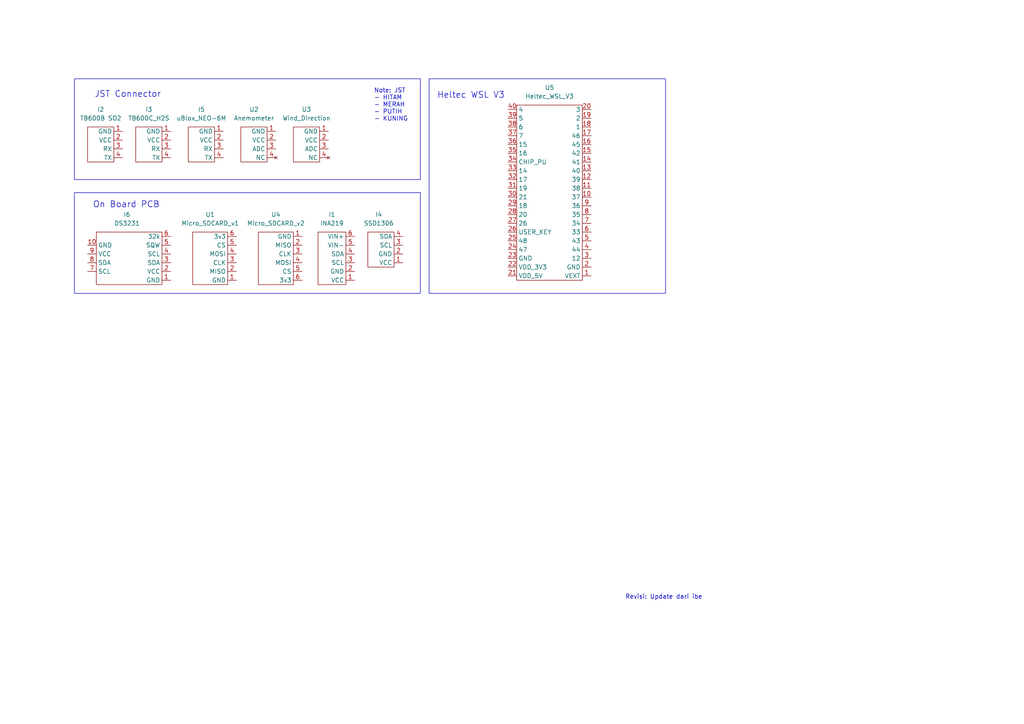
<source format=kicad_sch>
(kicad_sch (version 20250114) (generator "eeschema") (generator_version "9.0")
  (paper "A4")
  (lib_symbols
    (symbol "Library:Anemometer"
      (property "Reference" "U2" (at 0 10.16 0))
      (property "Value" "Anemometer" (at 0 7.62 0))
      (symbol "Anemometer_0_1"
        (rectangle (start -3.81 5.08) (end 3.81 -5.08))
      )
      (symbol "Anemometer_1_1"
        (pin passive line (at 6.35 3.81 180) (length 2.54) (name "GND") (number "1"))
        (pin power_in line (at 6.35 1.27 180) (length 2.54) (name "VCC") (number "2"))
        (pin bidirectional line (at 6.35 -1.27 180) (length 2.54) (name "ADC") (number "3"))
        (pin no_connect line (at 6.35 -3.81 180) (length 2.54) (name "NC") (number "4"))
      )
    )
    (symbol "Library:GPS"
      (property "Reference" "I5" (at 0 10.16 0))
      (property "Value" "uBlox_NEO-6M" (at 0 7.62 0))
      (symbol "GPS_0_1"
        (rectangle (start -3.8099 5.08) (end 3.81 -5.08))
      )
      (symbol "GPS_1_1"
        (pin passive line (at 6.35 3.81 180) (length 2.54) (name "GND") (number "1"))
        (pin power_in line (at 6.35 1.27 180) (length 2.54) (name "VCC") (number "2"))
        (pin bidirectional line (at 6.35 -1.27 180) (length 2.54) (name "RX") (number "3"))
        (pin bidirectional line (at 6.35 -3.81 180) (length 2.54) (name "TX") (number "4"))
      )
    )
    (symbol "Library:INA219"
      (property "Reference" "I1" (at -0.2345 7.62 0))
      (property "Value" "INA219" (at -0.2345 5.08 0))
      (symbol "INA219_0_1"
        (rectangle (start -4.2789 -12.7) (end 3.81 2.54))
      )
      (symbol "INA219_1_1"
        (pin bidirectional line (at 6.35 1.27 180) (length 2.54) (name "VIN+") (number "6"))
        (pin bidirectional line (at 6.35 -1.27 180) (length 2.54) (name "VIN-") (number "5"))
        (pin bidirectional line (at 6.35 -3.81 180) (length 2.54) (name "SDA") (number "4"))
        (pin bidirectional line (at 6.35 -6.35 180) (length 2.54) (name "SCL") (number "3"))
        (pin passive line (at 6.35 -8.89 180) (length 2.54) (name "GND") (number "2"))
        (pin power_in line (at 6.35 -11.43 180) (length 2.54) (name "VCC") (number "1"))
      )
    )
    (symbol "Library:RTC_DS3231​"
      (property "Reference" "I6" (at 0 12.7 0))
      (property "Value" "DS3231​" (at 0 10.16 0))
      (symbol "RTC_DS3231​_0_1"
        (rectangle (start -8.89 7.62) (end 10.16 -7.62))
      )
      (symbol "RTC_DS3231​_1_1"
        (pin passive line (at -11.43 3.81 0) (length 2.54) (name "GND") (number "10"))
        (pin power_in line (at -11.43 1.27 0) (length 2.54) (name "VCC") (number "9"))
        (pin bidirectional line (at -11.43 -1.27 0) (length 2.54) (name "SDA") (number "8"))
        (pin bidirectional line (at -11.43 -3.81 0) (length 2.54) (name "SCL") (number "7"))
        (pin output line (at 12.7 6.35 180) (length 2.54) (name "32k") (number "6"))
        (pin output line (at 12.7 3.81 180) (length 2.54) (name "SQW") (number "5"))
        (pin bidirectional line (at 12.7 1.27 180) (length 2.54) (name "SCL") (number "4"))
        (pin bidirectional line (at 12.7 -1.27 180) (length 2.54) (name "SDA") (number "3"))
        (pin power_in line (at 12.7 -3.81 180) (length 2.54) (name "VCC") (number "2"))
        (pin passive line (at 12.7 -6.35 180) (length 2.54) (name "GND") (number "1"))
      )
    )
    (symbol "Library:SPI SD Card"
      (property "Reference" "U1" (at 0 11.43 0))
      (property "Value" "Micro_SDCARD_v1" (at 0 8.89 0))
      (symbol "SPI SD Card_0_1"
        (rectangle (start -5.08 6.35) (end 5.08 -8.89))
      )
      (symbol "SPI SD Card_1_1"
        (pin power_in line (at 7.62 5.08 180) (length 2.54) (name "3v3") (number "6"))
        (pin bidirectional line (at 7.62 2.54 180) (length 2.54) (name "CS") (number "5"))
        (pin bidirectional line (at 7.62 0 180) (length 2.54) (name "MOSI") (number "4"))
        (pin bidirectional line (at 7.62 -2.54 180) (length 2.54) (name "CLK") (number "3"))
        (pin bidirectional line (at 7.62 -5.08 180) (length 2.54) (name "MISO") (number "2"))
        (pin passive line (at 7.62 -7.62 180) (length 2.54) (name "GND") (number "1"))
      )
    )
    (symbol "Library:SPI SD Card_v2"
      (property "Reference" "U4" (at 0 11.43 0))
      (property "Value" "Micro_SDCARD_v2" (at 0 8.89 0))
      (symbol "SPI SD Card_v2_0_1"
        (rectangle (start -5.08 6.35) (end 5.08 -8.89))
      )
      (symbol "SPI SD Card_v2_1_1"
        (pin passive line (at 7.62 5.08 180) (length 2.54) (name "GND") (number "1"))
        (pin bidirectional line (at 7.62 2.54 180) (length 2.54) (name "MISO") (number "2"))
        (pin bidirectional line (at 7.62 0 180) (length 2.54) (name "CLK") (number "3"))
        (pin bidirectional line (at 7.62 -2.54 180) (length 2.54) (name "MOSI") (number "4"))
        (pin bidirectional line (at 7.62 -5.08 180) (length 2.54) (name "CS") (number "5"))
        (pin power_in line (at 7.62 -7.62 180) (length 2.54) (name "3v3") (number "6"))
      )
    )
    (symbol "Library:SSD1306​"
      (property "Reference" "I4" (at -0.635 6.35 0))
      (property "Value" "SSD1306​" (at -0.635 3.81 0))
      (symbol "SSD1306​_0_1"
        (rectangle (start -3.81 1.27) (end 3.81 -8.89))
      )
      (symbol "SSD1306​_1_1"
        (pin bidirectional line (at 6.35 0 180) (length 2.54) (name "SDA") (number "4"))
        (pin bidirectional line (at 6.35 -2.54 180) (length 2.54) (name "SCL") (number "3"))
        (pin passive line (at 6.35 -5.08 180) (length 2.54) (name "GND") (number "2"))
        (pin power_in line (at 6.35 -7.62 180) (length 2.54) (name "VCC") (number "1"))
      )
    )
    (symbol "Library:TB600B"
      (property "Reference" "I2" (at 0 10.16 0))
      (property "Value" "TB600B SO2" (at 0 7.62 0))
      (symbol "TB600B_0_1"
        (rectangle (start -3.81 5.08) (end 3.81 -5.08))
      )
      (symbol "TB600B_1_1"
        (pin passive line (at 6.35 3.81 180) (length 2.54) (name "GND") (number "1"))
        (pin power_in line (at 6.35 1.27 180) (length 2.54) (name "VCC") (number "2"))
        (pin bidirectional line (at 6.35 -1.27 180) (length 2.54) (name "RX") (number "3"))
        (pin bidirectional line (at 6.35 -3.81 180) (length 2.54) (name "TX") (number "4"))
      )
    )
    (symbol "Library:TB600C"
      (property "Reference" "I3" (at -1.27 10.16 0))
      (property "Value" "TB600C_H2S" (at -1.27 7.62 0))
      (symbol "TB600C_0_1"
        (rectangle (start -5.08 5.08) (end 2.54 -5.08))
      )
      (symbol "TB600C_1_1"
        (pin passive line (at 5.08 3.81 180) (length 2.54) (name "GND") (number "1"))
        (pin power_in line (at 5.08 1.27 180) (length 2.54) (name "VCC") (number "2"))
        (pin bidirectional line (at 5.08 -1.27 180) (length 2.54) (name "RX") (number "3"))
        (pin bidirectional line (at 5.08 -3.81 180) (length 2.54) (name "TX") (number "4"))
      )
    )
    (symbol "Library:WSL_V3"
      (property "Reference" "U5" (at -4.445 17.78 0))
      (property "Value" "Heltec_WSL_V3" (at -4.445 15.24 0))
      (symbol "WSL_V3_0_1"
        (rectangle (start -13.97 12.7) (end 5.08 -38.1))
      )
      (symbol "WSL_V3_1_1"
        (pin bidirectional line (at -16.51 11.43 0) (length 2.54) (name "4") (number "40"))
        (pin bidirectional line (at -16.51 8.89 0) (length 2.54) (name "5") (number "39"))
        (pin bidirectional line (at -16.51 6.35 0) (length 2.54) (name "6") (number "38"))
        (pin bidirectional line (at -16.51 3.81 0) (length 2.54) (name "7") (number "37"))
        (pin bidirectional line (at -16.51 1.27 0) (length 2.54) (name "15") (number "36"))
        (pin bidirectional line (at -16.51 -1.27 0) (length 2.54) (name "16") (number "35"))
        (pin input line (at -16.51 -3.81 0) (length 2.54) (name "CHIP_PU") (number "34"))
        (pin bidirectional line (at -16.51 -6.35 0) (length 2.54) (name "14") (number "33"))
        (pin bidirectional line (at -16.51 -8.89 0) (length 2.54) (name "17") (number "32"))
        (pin bidirectional line (at -16.51 -11.43 0) (length 2.54) (name "19") (number "31"))
        (pin bidirectional line (at -16.51 -13.97 0) (length 2.54) (name "21") (number "30"))
        (pin bidirectional line (at -16.51 -16.51 0) (length 2.54) (name "18") (number "29"))
        (pin bidirectional line (at -16.51 -19.05 0) (length 2.54) (name "20") (number "28"))
        (pin bidirectional line (at -16.51 -21.59 0) (length 2.54) (name "26") (number "27"))
        (pin bidirectional line (at -16.51 -24.13 0) (length 2.54) (name "USER_KEY") (number "26"))
        (pin bidirectional line (at -16.51 -26.67 0) (length 2.54) (name "48") (number "25"))
        (pin bidirectional line (at -16.51 -29.21 0) (length 2.54) (name "47") (number "24"))
        (pin passive line (at -16.51 -31.75 0) (length 2.54) (name "GND") (number "23"))
        (pin power_in line (at -16.51 -34.29 0) (length 2.54) (name "VDD_3V3") (number "22"))
        (pin power_in line (at -16.51 -36.83 0) (length 2.54) (name "VDD_5V") (number "21"))
        (pin bidirectional line (at 7.62 11.43 180) (length 2.54) (name "3") (number "20"))
        (pin bidirectional line (at 7.62 8.89 180) (length 2.54) (name "2") (number "19"))
        (pin bidirectional line (at 7.62 6.35 180) (length 2.54) (name "1") (number "18"))
        (pin bidirectional line (at 7.62 3.81 180) (length 2.54) (name "46") (number "17"))
        (pin bidirectional line (at 7.62 1.27 180) (length 2.54) (name "45") (number "16"))
        (pin bidirectional line (at 7.62 -1.27 180) (length 2.54) (name "42") (number "15"))
        (pin bidirectional line (at 7.62 -3.81 180) (length 2.54) (name "41") (number "14"))
        (pin bidirectional line (at 7.62 -6.35 180) (length 2.54) (name "40") (number "13"))
        (pin bidirectional line (at 7.62 -8.89 180) (length 2.54) (name "39") (number "12"))
        (pin bidirectional line (at 7.62 -11.43 180) (length 2.54) (name "38") (number "11"))
        (pin bidirectional line (at 7.62 -13.97 180) (length 2.54) (name "37") (number "10"))
        (pin bidirectional line (at 7.62 -16.51 180) (length 2.54) (name "36") (number "9"))
        (pin bidirectional line (at 7.62 -19.05 180) (length 2.54) (name "35") (number "8"))
        (pin bidirectional line (at 7.62 -21.59 180) (length 2.54) (name "34") (number "7"))
        (pin bidirectional line (at 7.62 -24.13 180) (length 2.54) (name "33") (number "6"))
        (pin bidirectional line (at 7.62 -26.67 180) (length 2.54) (name "43") (number "5"))
        (pin bidirectional line (at 7.62 -29.21 180) (length 2.54) (name "44") (number "4"))
        (pin bidirectional line (at 7.62 -31.75 180) (length 2.54) (name "12") (number "3"))
        (pin passive line (at 7.62 -34.29 180) (length 2.54) (name "GND") (number "2"))
        (pin power_out line (at 7.62 -36.83 180) (length 2.54) (name "VEXT") (number "1"))
      )
    )
    (symbol "Library:Wind Direction"
      (property "Reference" "U3" (at 0 10.16 0))
      (property "Value" "Wind_Direction" (at 0 7.62 0))
      (symbol "Wind Direction_0_1"
        (rectangle (start -3.81 5.08) (end 3.81 -5.08))
      )
      (symbol "Wind Direction_1_1"
        (pin passive line (at 6.35 3.81 180) (length 2.54) (name "GND") (number "1"))
        (pin power_in line (at 6.35 1.27 180) (length 2.54) (name "VCC") (number "2"))
        (pin bidirectional line (at 6.35 -1.27 180) (length 2.54) (name "ADC") (number "3"))
        (pin no_connect line (at 6.35 -3.81 180) (length 2.54) (name "NC") (number "4"))
      )
    )
  )
  (rectangle (start 21.59 55.88) (end 121.92 85.09))
  (rectangle (start 21.59 22.86) (end 121.92 52.07))
  (rectangle (start 124.46 22.86) (end 193.04 85.09))
  (text "Heltec WSL V3" (at 126.746 27.686 0) (effects (font (size 1.778 1.778)) (justify left)))
  (text "JST Connector" (at 27.432 27.432 0) (effects (font (size 1.778 1.778)) (justify left)))
  (text "Revisi: Update dari ibe" (at 192.532 173.228 0) (effects (font (size 1.27 1.27))))
  (text "Note: JST\n- HITAM\n- MERAH\n- PUTIH\n- KUNING" (at 108.458 30.48 0) (effects (font (size 1.27 1.27)) (justify left)))
  (text "On Board PCB" (at 26.924 59.436 0) (effects (font (size 1.778 1.778)) (justify left)))
  (symbol (lib_id "Library:WSL_V3") (at 163.83 43.18 0) (unit 1)
    (property "Reference" "U5" (at 159.385 25.4 0))
    (property "Value" "Heltec_WSL_V3" (at 159.385 27.94 0))
    (property "Footprint" "Custom Board:Heltec_WSL_V3_v1" (effects (hide yes)))
    (property "Description" "Heltec_WSL_V3" (effects (hide yes)))
  )
  (symbol (lib_id "Library:Anemometer") (at 73.66 41.91 0) (unit 1)
    (property "Reference" "U2" (at 73.66 31.75 0))
    (property "Value" "Anemometer" (at 73.66 34.29 0))
    (property "Footprint" "Custom Board:STASRG_Anemometer" (effects (hide yes)))
    (property "Description" "Anemometer Wind Speed" (effects (hide yes)))
  )
  (symbol (lib_id "Library:SSD1306​") (at 110.49 68.58 0) (unit 1)
    (property "Reference" "I4" (at 109.855 62.23 0))
    (property "Value" "SSD1306​" (at 109.855 64.77 0))
    (property "Footprint" "Custom Board:SSD1306_onBoard" (effects (hide yes)))
    (property "Description" "DISPLAY SSD1306​ I2C" (effects (hide yes)))
  )
  (symbol (lib_id "Library:INA219") (at 96.52 69.85 0) (unit 1)
    (property "Reference" "I1" (at 96.2855 62.23 0))
    (property "Value" "INA219" (at 96.2855 64.77 0))
    (property "Footprint" "Custom Board:INA219" (effects (hide yes)))
    (property "Description" "Sensor INA219 I2C" (effects (hide yes)))
  )
  (symbol (lib_id "Library:TB600B") (at 29.21 41.91 0) (unit 1)
    (property "Reference" "I2" (at 29.21 31.75 0))
    (property "Value" "TB600B SO2" (at 29.21 34.29 0))
    (property "Footprint" "Custom Board:TB600B_SO2" (effects (hide yes)))
    (property "Description" "TB600B Gas Sensor SO2" (effects (hide yes)))
  )
  (symbol (lib_id "Library:TB600C") (at 44.45 41.91 0) (unit 1)
    (property "Reference" "I3" (at 43.18 31.75 0))
    (property "Value" "TB600C_H2S" (at 43.18 34.29 0))
    (property "Footprint" "Custom Board:TB600C_H2S" (effects (hide yes)))
    (property "Description" "TB600C Gas Sensor H2S + Temp + Hum" (effects (hide yes)))
  )
  (symbol (lib_id "Library:GPS") (at 58.42 41.91 0) (unit 1)
    (property "Reference" "I5" (at 58.42 31.75 0))
    (property "Value" "uBlox_NEO-6M" (at 58.42 34.29 0))
    (property "Footprint" "Custom Board:uBlox_NEO-6M" (effects (hide yes)))
    (property "Description" "GPS MODULE" (effects (hide yes)))
  )
  (symbol (lib_id "Library:SPI SD Card") (at 60.96 73.66 0) (unit 1)
    (property "Reference" "U1" (at 60.96 62.23 0))
    (property "Value" "Micro_SDCARD_v1" (at 60.96 64.77 0))
    (property "Footprint" "Custom Board:Micro_SDCARD_v1" (effects (hide yes)))
    (property "Description" "SPI SD Card Reader" (effects (hide yes)))
  )
  (symbol (lib_id "Library:RTC_DS3231​") (at 36.83 74.93 0) (unit 1)
    (property "Reference" "I6" (at 36.83 62.23 0))
    (property "Value" "DS3231​" (at 36.83 64.77 0))
    (property "Footprint" "Custom Board:DS3231" (effects (hide yes)))
    (property "Description" "Real-time Clock DS3231​" (effects (hide yes)))
  )
  (symbol (lib_id "Library:Wind Direction") (at 88.9 41.91 0) (unit 1)
    (property "Reference" "U3" (at 88.9 31.75 0))
    (property "Value" "Wind_Direction" (at 88.9 34.29 0))
    (property "Footprint" "Custom Board:STASRG_Wind_Dir" (effects (hide yes)))
    (property "Description" "ADC Wind Direction Sensor" (effects (hide yes)))
  )
  (symbol (lib_id "Library:SPI SD Card_v2") (at 80.01 73.66 0) (unit 1)
    (property "Reference" "U4" (at 80.01 62.23 0))
    (property "Value" "Micro_SDCARD_v2" (at 80.01 64.77 0))
    (property "Footprint" "Custom Board:Micro_SDCARD_v2" (effects (hide yes)))
    (property "Description" "SPI SD Card Reader" (effects (hide yes)))
  )
)
</source>
